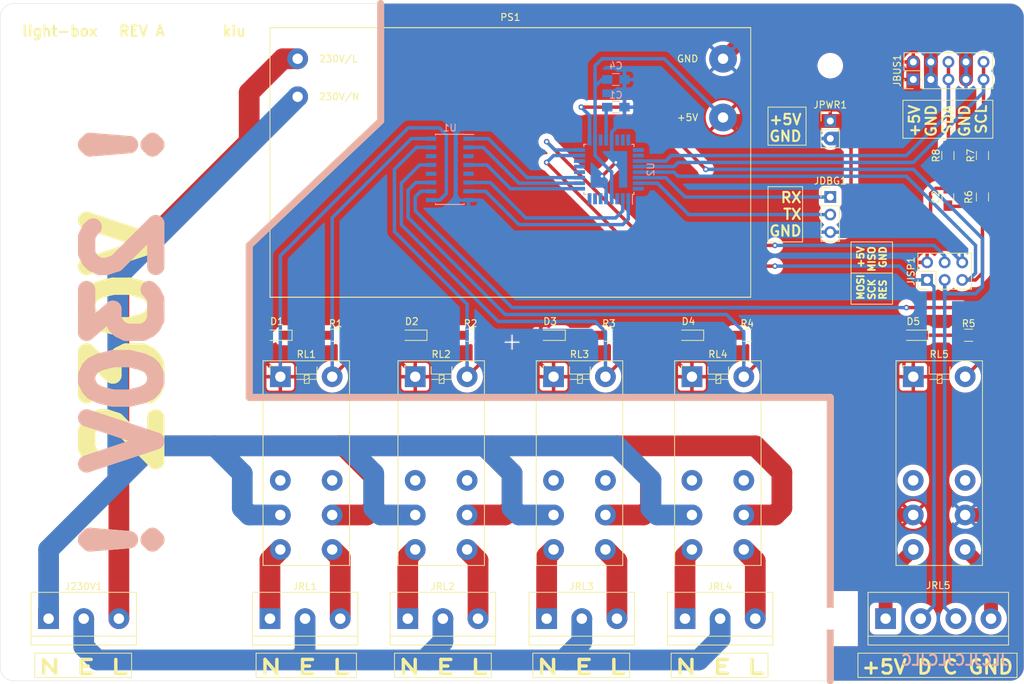
<source format=kicad_pcb>
(kicad_pcb (version 20221018) (generator pcbnew)
  (layers (0 "F.Cu" signal) (31 "B.Cu" signal) (34 "B.Paste" user) (35 "F.Paste" user) (36 "B.SilkS" user "B.Silkscreen") (37 "F.SilkS" user "F.Silkscreen") (38 "B.Mask" user) (39 "F.Mask" user) (44 "Edge.Cuts" user))
  (net 0 "")
  (net 1 "Net-(C1-Pad2)")
  (net 2 "GND")
  (net 3 "ISP_RES")
  (net 4 "+5V")
  (net 5 "Net-(D1-Pad1)")
  (net 6 "Net-(D2-Pad1)")
  (net 7 "Net-(D3-Pad1)")
  (net 8 "Net-(D4-Pad1)")
  (net 9 "Net-(D5-Pad1)")
  (net 10 "LINE")
  (net 11 "Earth")
  (net 12 "NEUT")
  (net 13 "TWI_SCL")
  (net 14 "TWI_SDA")
  (net 15 "DBG_TX")
  (net 16 "DBG_RX")
  (net 17 "ISP_MISO")
  (net 18 "ISP_SCK")
  (net 19 "ISP_MOSI")
  (net 20 "RL01_NEUT")
  (net 21 "RL01_LINE")
  (net 22 "RL02_LINE")
  (net 23 "RL02_NEUT")
  (net 24 "RL03_LINE")
  (net 25 "RL03_NEUT")
  (net 26 "RL04_LINE")
  (net 27 "RL04_NEUT")
  (net 28 "RL05_GND")
  (net 29 "RL05_VCC")
  (net 30 "RL01_COIL")
  (net 31 "RL02_COIL")
  (net 32 "RL03_COIL")
  (net 33 "RL04_COIL")
  (net 34 "RL05_COIL")
  (net 35 "RL05_TRIG")
  (net 36 "RL04_TRIG")
  (net 37 "RL03_TRIG")
  (net 38 "RL02_TRIG")
  (net 39 "RL01_TRIG")
  (footprint "Pin_Headers:Pin_Header_Straight_2x05_Pitch2.54mm" (layer "F.Cu") (at 203 52 90)
    (fp_text reference "JBUS1")
    (fp_text value "Conn_02x05_Odd_Even")
  )
  (footprint "Pin_Headers:Pin_Header_Straight_1x03_Pitch2.54mm" (layer "F.Cu") (at 191 69)
    (fp_text reference "JDBG1")
    (fp_text value "Conn_01x03")
  )
  (footprint "Pin_Headers:Pin_Header_Straight_2x03_Pitch2.54mm" (layer "F.Cu") (at 205 81 90)
    (fp_text reference "JISP1")
    (fp_text value "Conn_02x03_Odd_Even")
  )
  (footprint "Pin_Headers:Pin_Header_Straight_1x02_Pitch2.54mm" (layer "F.Cu") (at 191 58)
    (fp_text reference "JPWR1")
    (fp_text value "Conn_01x02")
  )
  (footprint "Resistors_SMD:R_0805_HandSoldering" (layer "F.Cu") (at 211 89)
    (fp_text reference "R5")
    (fp_text value "R")
  )
  (footprint "Resistors_SMD:R_0805_HandSoldering" (layer "F.Cu") (at 213 63 90)
    (fp_text reference "R7")
    (fp_text value "R")
  )
  (footprint "Resistors_SMD:R_0805_HandSoldering" (layer "F.Cu") (at 208 63 90)
    (fp_text reference "R8")
    (fp_text value "R")
  )
  (footprint "Terminal_Blocks:TerminalBlock_bornier-3_P5.08mm" (layer "F.Cu") (at 78 130)
    (fp_text reference "J230V1")
    (fp_text value "Screw_Terminal_01x03")
  )
  (footprint "Mounting_Holes:MountingHole_3.2mm_M3_DIN965" (layer "F.Cu") (at 191 130)
    (fp_text reference "H3" hide)
    (fp_text value "M3")
  )
  (footprint "Mounting_Holes:MountingHole_3.2mm_M3_DIN965" (layer "F.Cu") (at 99 50)
    (fp_text reference "H1" hide)
    (fp_text value "M3")
  )
  (footprint "Mounting_Holes:MountingHole_3.2mm_M3_DIN965" (layer "F.Cu") (at 191 50)
    (fp_text reference "H2" hide)
    (fp_text value "M3")
  )
  (footprint "Mounting_Holes:MountingHole_3.2mm_M3_DIN965" (layer "F.Cu") (at 99 130)
    (fp_text reference "H4" hide)
    (fp_text value "M3")
  )
  (footprint "LEDs:LED_0805_HandSoldering" (layer "F.Cu") (at 150.5 89 180)
    (fp_text reference "D3")
    (fp_text value "LED")
  )
  (footprint "LEDs:LED_0805_HandSoldering" (layer "F.Cu") (at 130.5 89 180)
    (fp_text reference "D2")
    (fp_text value "LED")
  )
  (footprint "LEDs:LED_0805_HandSoldering" (layer "F.Cu") (at 170.5 89 180)
    (fp_text reference "D4")
    (fp_text value "LED")
  )
  (footprint "Resistors_SMD:R_0805_HandSoldering" (layer "F.Cu") (at 179 89)
    (fp_text reference "R4")
    (fp_text value "R")
  )
  (footprint "Resistors_SMD:R_0805_HandSoldering" (layer "F.Cu") (at 159 89)
    (fp_text reference "R3")
    (fp_text value "R")
  )
  (footprint "Terminal_Blocks:TerminalBlock_bornier-3_P5.08mm" (layer "F.Cu") (at 150 130)
    (fp_text reference "JRL3")
    (fp_text value "Screw_Terminal_01x03")
  )
  (footprint "Terminal_Blocks:TerminalBlock_bornier-3_P5.08mm" (layer "F.Cu") (at 129.92 130)
    (fp_text reference "JRL2")
    (fp_text value "Screw_Terminal_01x03")
  )
  (footprint "Terminal_Blocks:TerminalBlock_bornier-3_P5.08mm" (layer "F.Cu") (at 110 130)
    (fp_text reference "JRL1")
    (fp_text value "Screw_Terminal_01x03")
  )
  (footprint "Terminal_Blocks:TerminalBlock_bornier-3_P5.08mm" (layer "F.Cu") (at 170 130)
    (fp_text reference "JRL4")
    (fp_text value "Screw_Terminal_01x03")
  )
  (footprint "Resistors_SMD:R_0805_HandSoldering" (layer "F.Cu") (at 139 89)
    (fp_text reference "R2")
    (fp_text value "R")
  )
  (footprint "Terminal_Blocks:TerminalBlock_bornier-4_P5.08mm" (layer "F.Cu") (at 199 130)
    (fp_text reference "JRL5")
    (fp_text value "Screw_Terminal_01x04")
  )
  (footprint "kiu-footprint:Relay_DPDT_Omron_G2RL-24" (layer "F.Cu") (at 151 95)
    (fp_text reference "RL3")
    (fp_text value "G2RL-24-DC5")
  )
  (footprint "kiu-footprint:Relay_DPDT_Omron_G2RL-24" (layer "F.Cu") (at 203 95)
    (fp_text reference "RL5")
    (fp_text value "G2RL-24-DC5")
  )
  (footprint "kiu-footprint:Relay_DPDT_Omron_G2RL-24" (layer "F.Cu") (at 111.5 95)
    (fp_text reference "RL1")
    (fp_text value "G2RL-24-DC5")
  )
  (footprint "LEDs:LED_0805_HandSoldering" (layer "F.Cu") (at 111 89 180)
    (fp_text reference "D1")
    (fp_text value "LED")
  )
  (footprint "Resistors_SMD:R_0805_HandSoldering" (layer "F.Cu") (at 119.5 89)
    (fp_text reference "R1")
    (fp_text value "R")
  )
  (footprint "kiu-footprint:Relay_DPDT_Omron_G2RL-24" (layer "F.Cu") (at 131 95)
    (fp_text reference "RL2")
    (fp_text value "G2RL-24-DC5")
  )
  (footprint "kiu-footprint:Relay_DPDT_Omron_G2RL-24" (layer "F.Cu") (at 171 95)
    (fp_text reference "RL4")
    (fp_text value "G2RL-24-DC5")
  )
  (footprint "Capacitors_SMD:C_0805_HandSoldering" (layer "F.Cu") (at 208 69 90)
    (fp_text reference "C2")
    (fp_text value "C")
  )
  (footprint "Resistors_SMD:R_0805_HandSoldering" (layer "F.Cu") (at 213 69 -90)
    (fp_text reference "R6")
    (fp_text value "R")
  )
  (footprint "kiu-footprint:ACDC-Conv_MeanWell-IRM-30-XX" (layer "F.Cu") (at 114 49)
    (fp_text reference "PS1")
    (fp_text value "IRM-30-5")
  )
  (footprint "LEDs:LED_0805_HandSoldering" (layer "F.Cu") (at 203 89 180)
    (fp_text reference "D5")
    (fp_text value "LED")
  )
  (footprint "Capacitors_SMD:C_0805_HandSoldering" (layer "B.Cu") (at 160 56 180)
    (fp_text reference "C1")
    (fp_text value "C")
  )
  (footprint "Capacitors_SMD:C_0805_HandSoldering" (layer "B.Cu") (at 160 52)
    (fp_text reference "C4")
    (fp_text value "C")
  )
  (footprint "Housings_SOIC:SOIC-16_3.9x9.9mm_Pitch1.27mm" (layer "B.Cu") (at 136 65 180)
    (fp_text reference "U1")
    (fp_text value "ULN2003")
  )
  (footprint "Housings_QFP:TQFP-32_7x7mm_Pitch0.8mm" (layer "B.Cu") (at 159 65 90)
    (fp_text reference "U2")
    (fp_text value "ATmega328PB-AU")
  )
  (gr_line (start 126 58) (end 107 76) (stroke (width 1)) (layer "B.SilkS"))
  (gr_line (start 191 98) (end 191 139) (stroke (width 1)) (layer "B.SilkS"))
  (gr_line (start 107 98) (end 191 98) (stroke (width 1)) (layer "B.SilkS"))
  (gr_line (start 107 76) (end 107 98) (stroke (width 1)) (layer "B.SilkS"))
  (gr_line (start 126 41) (end 126 58) (stroke (width 1)) (layer "B.SilkS"))
  (gr_line (start 182 75.5) (end 182 67.5) (stroke (width 0.12)) (layer "F.SilkS"))
  (gr_line (start 182 61.5) (end 182 56) (stroke (width 0.12)) (layer "F.SilkS"))
  (gr_line (start 201.5 55) (end 201.5 60.5) (stroke (width 0.12)) (layer "F.SilkS"))
  (gr_line (start 194 84.5) (end 194 75.5) (stroke (width 0.12)) (layer "F.SilkS"))
  (gr_line (start 162 138.5) (end 148 138.5) (stroke (width 0.12)) (layer "F.SilkS"))
  (gr_line (start 218 135) (end 195 135) (stroke (width 0.12)) (layer "F.SilkS"))
  (gr_line (start 182 138.5) (end 168 138.5) (stroke (width 0.12)) (layer "F.SilkS"))
  (gr_line (start 142 135) (end 128 135) (stroke (width 0.12)) (layer "F.SilkS"))
  (gr_line (start 122.5 135) (end 108 135) (stroke (width 0.12)) (layer "F.SilkS"))
  (gr_line (start 90 135) (end 76 135) (stroke (width 0.12)) (layer "F.SilkS"))
  (gr_line (start 200 84.5) (end 194 84.5) (stroke (width 0.12)) (layer "F.SilkS"))
  (gr_line (start 201.5 60.5) (end 214.5 60.5) (stroke (width 0.12)) (layer "F.SilkS"))
  (gr_line (start 191 98) (end 107 98) (stroke (width 1)) (layer "F.SilkS"))
  (gr_line (start 90 138.5) (end 90 135) (stroke (width 0.12)) (layer "F.SilkS"))
  (gr_line (start 200 75.5) (end 200 84.5) (stroke (width 0.12)) (layer "F.SilkS"))
  (gr_line (start 168 138.5) (end 168 135) (stroke (width 0.12)) (layer "F.SilkS"))
  (gr_line (start 187 75.5) (end 182 75.5) (stroke (width 0.12)) (layer "F.SilkS"))
  (gr_line (start 187.5 56) (end 187.5 61.5) (stroke (width 0.12)) (layer "F.SilkS"))
  (gr_line (start 76 135) (end 76 138.5) (stroke (width 0.12)) (layer "F.SilkS"))
  (gr_line (start 214.5 60.5) (end 214.5 55) (stroke (width 0.12)) (layer "F.SilkS"))
  (gr_line (start 182 135) (end 182 138.5) (stroke (width 0.12)) (layer "F.SilkS"))
  (gr_line (start 128 138.5) (end 142 138.5) (stroke (width 0.12)) (layer "F.SilkS"))
  (gr_line (start 107 76) (end 126 58) (stroke (width 1)) (layer "F.SilkS"))
  (gr_line (start 148 138.5) (end 148 135) (stroke (width 0.12)) (layer "F.SilkS"))
  (gr_line (start 187 67.5) (end 187 75.5) (stroke (width 0.12)) (layer "F.SilkS"))
  (gr_line (start 182 67.5) (end 187 67.5) (stroke (width 0.12)) (layer "F.SilkS"))
  (gr_line (start 195 138.5) (end 218 138.5) (stroke (width 0.12)) (layer "F.SilkS"))
  (gr_line (start 168 135) (end 182 135) (stroke (width 0.12)) (layer "F.SilkS"))
  (gr_line (start 194 75.5) (end 200 75.5) (stroke (width 0.12)) (layer "F.SilkS"))
  (gr_line (start 142 138.5) (end 142 135) (stroke (width 0.12)) (layer "F.SilkS"))
  (gr_line (start 162 135) (end 162 138.5) (stroke (width 0.12)) (layer "F.SilkS"))
  (gr_line (start 187.5 61.5) (end 182 61.5) (stroke (width 0.12)) (layer "F.SilkS"))
  (gr_line (start 195 135) (end 195 138.5) (stroke (width 0.12)) (layer "F.SilkS"))
  (gr_line (start 122.5 138.5) (end 122.5 135) (stroke (width 0.12)) (layer "F.SilkS"))
  (gr_line (start 128 135) (end 128 138.5) (stroke (width 0.12)) (layer "F.SilkS"))
  (gr_line (start 218 138.5) (end 218 135) (stroke (width 0.12)) (layer "F.SilkS"))
  (gr_line (start 108 135) (end 108 138.5) (stroke (width 0.12)) (layer "F.SilkS"))
  (gr_line (start 148 135) (end 162 135) (stroke (width 0.12)) (layer "F.SilkS"))
  (gr_line (start 194 80) (end 200 80) (stroke (width 0.12)) (layer "F.SilkS"))
  (gr_line (start 182 56) (end 187.5 56) (stroke (width 0.12)) (layer "F.SilkS"))
  (gr_line (start 107 98) (end 107 76) (stroke (width 1)) (layer "F.SilkS"))
  (gr_line (start 108 138.5) (end 122.5 138.5) (stroke (width 0.12)) (layer "F.SilkS"))
  (gr_line (start 126 58) (end 126 41) (stroke (width 1)) (layer "F.SilkS"))
  (gr_line (start 191 98) (end 191 139) (stroke (width 1)) (layer "F.SilkS"))
  (gr_line (start 214.5 55) (end 201.5 55) (stroke (width 0.12)) (layer "F.SilkS"))
  (gr_line (start 76 138.5) (end 90 138.5) (stroke (width 0.12)) (layer "F.SilkS"))
  (gr_line (start 219 137) (end 219 43) (stroke (width 0.05)) (layer "Edge.Cuts"))
  (gr_line (start 217 139) (end 73 139) (stroke (width 0.05)) (layer "Edge.Cuts"))
  (gr_arc (start 217 41) (mid 218.414214 41.585786) (end 219 43) (stroke (width 0.05)) (layer "Edge.Cuts"))
  (gr_line (start 73 41) (end 217 41) (stroke (width 0.05)) (layer "Edge.Cuts"))
  (gr_arc (start 73 139) (mid 71.585786 138.414214) (end 71 137) (stroke (width 0.05)) (layer "Edge.Cuts"))
  (gr_line (start 71 137) (end 71 43) (stroke (width 0.05)) (layer "Edge.Cuts"))
  (gr_arc (start 71 43) (mid 71.585786 41.585786) (end 73 41) (stroke (width 0.05)) (layer "Edge.Cuts"))
  (gr_arc (start 219 137) (mid 218.414214 138.414214) (end 217 139) (stroke (width 0.05)) (layer "Edge.Cuts"))
  (gr_text "! 230V !" (at 89 90 90) (layer "B.SilkS") (effects (font (size 10 10) (thickness 2.5)) (justify mirror)))
  (gr_text "JLCJLCJLCJLC" (at 209 136) (layer "B.SilkS") (effects (font (size 1.5 1.5) (thickness 0.3)) (justify mirror)))
  (gr_text "! 230V !" (at 89 90 90) (layer "F.SilkS") (effects (font (size 10 10) (thickness 2.5))))
  (gr_text "N E L" (at 155 137) (layer "F.SilkS") (effects (font (size 2 3) (thickness 0.5))))
  (gr_text "N E L" (at 135 137) (layer "F.SilkS") (effects (font (size 2 3) (thickness 0.5))))
  (gr_text "N E L" (at 175 137) (layer "F.SilkS") (effects (font (size 2 3) (thickness 0.5))))
  (gr_text "N E L" (at 115 137) (layer "F.SilkS") (effects (font (size 2 3) (thickness 0.5))))
  (gr_text "+5V D C GND" (at 206.5 137) (layer "F.SilkS") (effects (font (size 2 2.1) (thickness 0.4))))
  (gr_text "+5V\nGND\nSDA\nGND\nSCL" (at 208 55.5 90) (layer "F.SilkS") (effects (font (size 1.5 1.5) (thickness 0.3)) (justify right)))
  (gr_text "MOSI\nSCK\nRES" (at 197 84 90) (layer "F.SilkS") (effects (font (size 1 1) (thickness 0.25)) (justify left)))
  (gr_text "+5V\nMISO\nGND\n" (at 197 76 90) (layer "F.SilkS") (effects (font (size 1 1) (thickness 0.25)) (justify right)))
  (gr_text "REV A" (at 88 45) (layer "F.SilkS") (effects (font (size 1.5 1.5) (thickness 0.3)) (justify left)))
  (gr_text "kiu" (at 103 45) (layer "F.SilkS") (effects (font (size 1.5 1.5) (thickness 0.3)) (justify left)))
  (gr_text "light-box" (at 74 45) (layer "F.SilkS") (effects (font (size 1.5 1.5) (thickness 0.3)) (justify left)))
  (gr_text "+5V\nGND" (at 187 59) (layer "F.SilkS") (effects (font (size 1.5 1.5) (thickness 0.3)) (justify right)))
  (gr_text "N E L" (at 83 137) (layer "F.SilkS") (effects (font (size 2 3) (thickness 0.5))))
  (gr_text "RX\nTX\nGND" (at 187 71.5) (layer "F.SilkS") (effects (font (size 1.5 1.5) (thickness 0.3)) (justify right)))
  (segment (start 158.6 60.75) (end 158.6 56.15) (width 0.5) (layer "B.Cu") (net 1))
  (segment (start 158.6 56.15) (end 158.75 56) (width 0.5) (layer "B.Cu") (net 1))
  (segment (start 216 49) (end 216 66) (width 2) (layer "F.Cu") (net 2))
  (segment (start 214 115) (end 216 113) (width 2) (layer "F.Cu") (net 2))
  (segment (start 158 66) (end 160 64) (width 0.5) (layer "F.Cu") (net 2))
  (segment (start 204 45) (end 209 45) (width 2) (layer "F.Cu") (net 2))
  (segment (start 175.5 49) (end 179.5 45) (width 2) (layer "F.Cu") (net 2))
  (segment (start 210.5 115) (end 214 115) (width 2) (layer "F.Cu") (net 2))
  (segment (start 206.25 67.75) (end 205.5 68.5) (width 0.5) (layer "F.Cu") (net 2))
  (segment (start 216 113) (end 216 109.5) (width 2) (layer "F.Cu") (net 2))
  (segment (start 210.08 76.08) (end 210.08 78.46) (width 0.5) (layer "F.Cu") (net 2))
  (segment (start 210.62 52) (end 210.62 49.46) (width 2) (layer "F.Cu") (net 2))
  (segment (start 216 66) (end 216 76) (width 2) (layer "F.Cu") (net 2))
  (segment (start 179.5 45) (end 204 45) (width 2) (layer "F.Cu") (net 2))
  (segment (start 208 67.75) (end 206.25 67.75) (width 0.5) (layer "F.Cu") (net 2))
  (segment (start 191 60.54) (end 192.54 60.54) (width 0.5) (layer "F.Cu") (net 2))
  (segment (start 205.54 46.54) (end 204 45) (width 2) (layer "F.Cu") (net 2))
  (segment (start 210.62 49.46) (end 210.62 46.62) (width 2) (layer "F.Cu") (net 2))
  (segment (start 205.5 68.5) (end 205.5 71.5) (width 0.5) (layer "F.Cu") (net 2))
  (segment (start 194 62) (end 194 73) (width 0.5) (layer "F.Cu") (net 2))
  (segment (start 192.92 74.08) (end 191 74.08) (width 0.5) (layer "F.Cu") (net 2))
  (segment (start 205.54 49.46) (end 205.54 46.54) (width 2) (layer "F.Cu") (net 2))
  (segment (start 205.54 49.46) (end 205.54 52) (width 2) (layer "F.Cu") (net 2))
  (segment (start 210.62 46.62) (end 209 45) (width 2) (layer "F.Cu") (net 2))
  (segment (start 216 47) (end 216 49) (width 2) (layer "F.Cu") (net 2))
  (segment (start 205.5 71.5) (end 210.08 76.08) (width 0.5) (layer "F.Cu") (net 2))
  (segment (start 192.54 60.54) (end 194 62) (width 0.5) (layer "F.Cu") (net 2))
  (segment (start 194 73) (end 192.92 74.08) (width 0.5) (layer "F.Cu") (net 2))
  (segment (start 214 45) (end 216 47) (width 2) (layer "F.Cu") (net 2))
  (segment (start 209 45) (end 214 45) (width 2) (layer "F.Cu") (net 2))
  (segment (start 216 76) (end 216 109.5) (width 2) (layer "F.Cu") (net 2))
  (via (at 160 64) (size 0.8) (drill 0.4) (layers "F.Cu" "B.Cu") (net 2))
  (via (at 158 66) (size 0.8) (drill 0.4) (layers "F.Cu" "B.Cu") (net 2))
  (segment (start 140.285 69.445) (end 144.92 74.08) (width 0.5) (layer "B.Cu") (net 2))
  (segment (start 158.6 66.6) (end 158 66) (width 0.5) (layer "B.Cu") (net 2))
  (segment (start 161.25 52) (end 161.25 56) (width 0.5) (layer "B.Cu") (net 2))
  (segment (start 158.6 69.25) (end 158.6 66.6) (width 0.5) (layer "B.Cu") (net 2))
  (segment (start 159.4 59.6) (end 161.25 57.75) (width 0.5) (layer "B.Cu") (net 2))
  (segment (start 138.7 69.445) (end 140.285 69.445) (width 0.5) (layer "B.Cu") (net 2))
  (segment (start 191 74.08) (end 144.92 74.08) (width 0.5) (layer "B.Cu") (net 2))
  (segment (start 191 60.54) (end 201.46 60.54) (width 2) (layer "B.Cu") (net 2))
  (segment (start 210.08 78.46) (end 205.7 74.08) (width 0.5) (layer "B.Cu") (net 2))
  (segment (start 205.7 74.08) (end 191 74.08) (width 0.5) (layer "B.Cu") (net 2))
  (segment (start 159.4 63.4) (end 160 64) (width 0.5) (layer "B.Cu") (net 2))
  (segment (start 159.4 60.75) (end 159.4 63.4) (width 0.5) (layer "B.Cu") (net 2))
  (segment (start 164 56) (end 168.54 60.54) (width 0.5) (layer "B.Cu") (net 2))
  (segment (start 161.25 57.75) (end 161.25 56) (width 0.5) (layer "B.Cu") (net 2))
  (segment (start 205.54 52) (end 205.54 56.46) (width 2) (layer "B.Cu") (net 2))
  (segment (start 159.4 60.75) (end 159.4 59.6) (width 0.5) (layer "B.Cu") (net 2))
  (segment (start 168.54 60.54) (end 191 60.54) (width 0.5) (layer "B.Cu") (net 2))
  (segment (start 201.46 60.54) (end 205.54 56.46) (width 2) (layer "B.Cu") (net 2))
  (segment (start 161.25 56) (end 164 56) (width 0.5) (layer "B.Cu") (net 2))
  (segment (start 208.1 70.35) (end 208 70.25) (width 0.5) (layer "F.Cu") (net 3))
  (segment (start 212 81) (end 210.08 81) (width 0.5) (layer "F.Cu") (net 3))
  (segment (start 213 70.35) (end 208.1 70.35) (width 0.5) (layer "F.Cu") (net 3))
  (segment (start 213 70.25) (end 213 80) (width 0.5) (layer "F.Cu") (net 3))
  (segment (start 213 80) (end 212 81) (width 0.5) (layer "F.Cu") (net 3))
  (segment (start 202.727999 66.727999) (end 209 73) (width 0.5) (layer "B.Cu") (net 3))
  (segment (start 209 73) (end 210.227999 74.227999) (width 0.5) (layer "B.Cu") (net 3))
  (segment (start 210.227999 74.227999) (end 212 76) (width 0.5) (layer "B.Cu") (net 3))
  (segment (start 169 66) (end 202 66) (width 0.5) (layer "B.Cu") (net 3))
  (segment (start 168.4 65.4) (end 169 66) (width 0.5) (layer "B.Cu") (net 3))
  (segment (start 211 81) (end 210.08 81) (width 0.5) (layer "B.Cu") (net 3))
  (segment (start 210.08 81) (end 210 81) (width 0.5) (layer "B.Cu") (net 3))
  (segment (start 212 76) (end 212 80) (width 0.5) (layer "B.Cu") (net 3))
  (segment (start 202 66) (end 202.727999 66.727999) (width 0.5) (layer "B.Cu") (net 3))
  (segment (start 212 80) (end 211 81) (width 0.5) (layer "B.Cu") (net 3))
  (segment (start 163.25 65.4) (end 168.4 65.4) (width 0.5) (layer "B.Cu") (net 3))
  (segment (start 172.075 86.075) (end 195.524998 86.075) (width 0.5) (layer "F.Cu") (net 4))
  (segment (start 213 64.35) (end 213 67.65) (width 0.5) (layer "F.Cu") (net 4))
  (segment (start 172.075 86.075) (end 169.15 89) (width 0.5) (layer "F.Cu") (net 4))
  (segment (start 203 115) (end 200 115) (width 2) (layer "F.Cu") (net 4))
  (segment (start 201.35 64.35) (end 198 61) (width 0.5) (layer "F.Cu") (net 4))
  (segment (start 109.65 89) (end 109.65 93.15) (width 0.5) (layer "F.Cu") (net 4))
  (segment (start 130.925 86.075) (end 150.925 86.075) (width 0.5) (layer "F.Cu") (net 4))
  (segment (start 201.65 89) (end 200 89) (width 0.5) (layer "F.Cu") (net 4))
  (segment (start 208 64.35) (end 205.35 64.35) (width 0.5) (layer "F.Cu") (net 4))
  (segment (start 205 78.46) (end 201.46 78.46) (width 0.5) (layer "F.Cu") (net 4))
  (segment (start 198 87) (end 198 83.599998) (width 2) (layer "F.Cu") (net 4))
  (segment (start 201.46 78.46) (end 198 75) (width 0.5) (layer "F.Cu") (net 4))
  (segment (start 169.15 89) (end 169.15 93.15) (width 0.5) (layer "F.Cu") (net 4))
  (segment (start 200 58) (end 195 58) (width 2) (layer "F.Cu") (net 4))
  (segment (start 198 75) (end 198 61) (width 2) (layer "F.Cu") (net 4))
  (segment (start 109.65 93.15) (end 111.5 95) (width 0.5) (layer "F.Cu") (net 4))
  (segment (start 198 83.599998) (end 198 75) (width 2) (layer "F.Cu") (net 4))
  (segment (start 195.524998 86.075) (end 198 83.599998) (width 0.5) (layer "F.Cu") (net 4))
  (segment (start 149.15 87.85) (end 150.925 86.075) (width 0.5) (layer "F.Cu") (net 4))
  (segment (start 149.15 93.15) (end 151 95) (width 0.5) (layer "F.Cu") (net 4))
  (segment (start 149.15 89) (end 149.15 87.85) (width 0.5) (layer "F.Cu") (net 4))
  (segment (start 201.65 93.65) (end 203 95) (width 0.5) (layer "F.Cu") (net 4))
  (segment (start 201.65 89) (end 201.65 93.65) (width 0.5) (layer "F.Cu") (net 4))
  (segment (start 169.15 93.15) (end 171 95) (width 0.5) (layer "F.Cu") (net 4))
  (segment (start 200 89) (end 198 87) (width 0.5) (layer "F.Cu") (net 4))
  (segment (start 191 58) (end 176 58) (width 2) (layer "F.Cu") (net 4))
  (segment (start 109.65 89) (end 112.575 86.075) (width 0.5) (layer "F.Cu") (net 4))
  (segment (start 112.575 86.075) (end 130.925 86.075) (width 0.5) (layer "F.Cu") (net 4))
  (segment (start 200 115) (end 198 113) (width 2) (layer "F.Cu") (net 4))
  (segment (start 198 113) (end 198 110) (width 2) (layer "F.Cu") (net 4))
  (segment (start 205.35 64.35) (end 201.35 64.35) (width 0.5) (layer "F.Cu") (net 4))
  (segment (start 198 110) (end 198 87) (width 2) (layer "F.Cu") (net 4))
  (segment (start 150.925 86.075) (end 172.075 86.075) (width 0.5) (layer "F.Cu") (net 4))
  (segment (start 129.15 93.15) (end 131 95) (width 0.5) (layer "F.Cu") (net 4))
  (segment (start 203 52) (end 203 49.46) (width 2) (layer "F.Cu") (net 4))
  (segment (start 129.15 87.85) (end 130.925 86.075) (width 0.5) (layer "F.Cu") (net 4))
  (segment (start 203 55) (end 200 58) (width 2) (layer "F.Cu") (net 4))
  (segment (start 195 58) (end 191 58) (width 2) (layer "F.Cu") (net 4))
  (segment (start 176 58) (end 175.5 57.5) (width 2) (layer "F.Cu") (net 4))
  (segment (start 149.15 89) (end 149.15 93.15) (width 0.5) (layer "F.Cu") (net 4))
  (segment (start 198 61) (end 195 58) (width 2) (layer "F.Cu") (net 4))
  (segment (start 129.15 89) (end 129.15 87.85) (width 0.5) (layer "F.Cu") (net 4))
  (segment (start 129.15 89) (end 129.15 93.15) (width 0.5) (layer "F.Cu") (net 4))
  (segment (start 213 64.35) (end 208 64.35) (width 0.5) (layer "F.Cu") (net 4))
  (segment (start 203 52) (end 203 55) (width 2) (layer "F.Cu") (net 4))
  (segment (start 158.75 52) (end 158 52) (width 0.5) (layer "B.Cu") (net 4))
  (segment (start 157 55) (end 157 53) (width 0.5) (layer "B.Cu") (net 4))
  (segment (start 157 63) (end 159.4 65.4) (width 0.5) (layer "B.Cu") (net 4))
  (segment (start 157 50) (end 157 53) (width 0.5) (layer "B.Cu") (net 4))
  (segment (start 134.5 59) (end 130 59) (width 0.5) (layer "B.Cu") (net 4))
  (segment (start 159.4 65.4) (end 159.4 66.4) (width 0.5) (layer "B.Cu") (net 4))
  (segment (start 175.5 57.5) (end 167 49) (width 0.5) (layer "B.Cu") (net 4))
  (segment (start 134.555 69.445) (end 135.5 68.5) (width 0.5) (layer "B.Cu") (net 4))
  (segment (start 135.5 60) (end 134.5 59) (width 0.5) (layer "B.Cu") (net 4))
  (segment (start 158 49) (end 157 50) (width 0.5) (layer "B.Cu") (net 4))
  (segment (start 158 52) (end 157 53) (width 0.5) (layer "B.Cu") (net 4))
  (segment (start 167 49) (end 158 49) (width 0.5) (layer "B.Cu") (net 4))
  (segment (start 157 60.75) (end 157 55) (width 0.5) (layer "B.Cu") (net 4))
  (segment (start 159.4 66.4) (end 159.4 69.25) (width 0.5) (layer "B.Cu") (net 4))
  (segment (start 157 60.75) (end 157 63) (width 0.5) (layer "B.Cu") (net 4))
  (segment (start 111.5 77.5) (end 111.5 95) (width 0.5) (layer "B.Cu") (net 4))
  (segment (start 133.3 69.445) (end 134.555 69.445) (width 0.5) (layer "B.Cu") (net 4))
  (segment (start 130 59) (end 111.5 77.5) (width 0.5) (layer "B.Cu") (net 4))
  (segment (start 135.5 68.5) (end 135.5 60) (width 0.5) (layer "B.Cu") (net 4))
  (segment (start 118.15 89) (end 112.35 89) (width 0.5) (layer "F.Cu") (net 5))
  (segment (start 137.65 89) (end 131.85 89) (width 0.5) (layer "F.Cu") (net 6))
  (segment (start 157.65 89) (end 151.85 89) (width 0.5) (layer "F.Cu") (net 7))
  (segment (start 177.65 89) (end 171.85 89) (width 0.5) (layer "F.Cu") (net 8))
  (segment (start 204.35 89) (end 209.65 89) (width 0.5) (layer "F.Cu") (net 9))
  (segment (start 165 109.839998) (end 160.160001 104.999999) (width 3) (layer "F.Cu") (net 10))
  (segment (start 164 115) (end 165 114) (width 3) (layer "F.Cu") (net 10))
  (segment (start 180.160001 104.999999) (end 160.160001 104.999999) (width 3) (layer "F.Cu") (net 10))
  (segment (start 144 115) (end 145 114) (width 3) (layer "F.Cu") (net 10))
  (segment (start 111.87868 49) (end 107 53.87868) (width 3) (layer "F.Cu") (net 10))
  (segment (start 120 105) (end 121.400001 104.999999) (width 3) (layer "F.Cu") (net 10))
  (segment (start 119 115) (end 124 115) (width 3) (layer "F.Cu") (net 10))
  (segment (start 158.5 115) (end 164 115) (width 3) (layer "F.Cu") (net 10))
  (segment (start 88.16 79.84) (end 101 67) (width 3) (layer "F.Cu") (net 10))
  (segment (start 101 67) (end 107 61) (width 3) (layer "F.Cu") (net 10))
  (segment (start 107 53.87868) (end 107 61) (width 3) (layer "F.Cu") (net 10))
  (segment (start 120.660002 105) (end 120 105) (width 3) (layer "F.Cu") (net 10))
  (segment (start 183 115) (end 184 114) (width 3) (layer "F.Cu") (net 10))
  (segment (start 138.5 115) (end 144 115) (width 3) (layer "F.Cu") (net 10))
  (segment (start 165 114) (end 165 109.839998) (width 3) (layer "F.Cu") (net 10))
  (segment (start 124 115) (end 125 114) (width 3) (layer "F.Cu") (net 10))
  (segment (start 93 105) (end 120 105) (width 3) (layer "F.Cu") (net 10))
  (segment (start 114 49) (end 111.87868 49) (width 3) (layer "F.Cu") (net 10))
  (segment (start 125 114) (end 125 109.339998) (width 3) (layer "F.Cu") (net 10))
  (segment (start 145 114) (end 145 109) (width 3) (layer "F.Cu") (net 10))
  (segment (start 88.16 109.84) (end 93 105) (width 3) (layer "F.Cu") (net 10))
  (segment (start 145 109) (end 140.999999 104.999999) (width 3) (layer "F.Cu") (net 10))
  (segment (start 184 108.839998) (end 180.160001 104.999999) (width 3) (layer "F.Cu") (net 10))
  (segment (start 88.16 130) (end 88.16 109.84) (width 3) (layer "F.Cu") (net 10))
  (segment (start 88.16 109.84) (end 88.16 79.84) (width 3) (layer "F.Cu") (net 10))
  (segment (start 140.999999 104.999999) (end 160.160001 104.999999) (width 3) (layer "F.Cu") (net 10))
  (segment (start 121.400001 104.999999) (end 140.999999 104.999999) (width 3) (layer "F.Cu") (net 10))
  (segment (start 184 114) (end 184 108.839998) (width 3) (layer "F.Cu") (net 10))
  (segment (start 178.5 115) (end 183 115) (width 3) (layer "F.Cu") (net 10))
  (segment (start 125 109.339998) (end 120.660002 105) (width 3) (layer "F.Cu") (net 10))
  (segment (start 135 130) (end 135 133.320002) (width 3) (layer "B.Cu") (net 11))
  (segment (start 115.08 134.86998) (end 113.97499 135.97499) (width 3) (layer "B.Cu") (net 11))
  (segment (start 113.97499 135.97499) (end 132.97499 135.97499) (width 3) (layer "B.Cu") (net 11))
  (segment (start 175.08 132.89499) (end 175.08 130) (width 3) (layer "B.Cu") (net 11))
  (segment (start 152.97499 135.425012) (end 152.97499 135.97499) (width 3) (layer "B.Cu") (net 11))
  (segment (start 135 133.320002) (end 132.97499 135.345012) (width 3) (layer "B.Cu") (net 11))
  (segment (start 172 135.97499) (end 175.08 132.89499) (width 3) (layer "B.Cu") (net 11))
  (segment (start 155.08 133.320002) (end 152.97499 135.425012) (width 3) (layer "B.Cu") (net 11))
  (segment (start 83.08 134.02998) (end 85.02501 135.97499) (width 3) (layer "B.Cu") (net 11))
  (segment (start 83.08 130) (end 83.08 134.02998) (width 3) (layer "B.Cu") (net 11))
  (segment (start 115.08 130) (end 115.08 134.86998) (width 3) (layer "B.Cu") (net 11))
  (segment (start 152.97499 135.97499) (end 172 135.97499) (width 3) (layer "B.Cu") (net 11))
  (segment (start 132.97499 135.345012) (end 132.97499 135.97499) (width 3) (layer "B.Cu") (net 11))
  (segment (start 132.97499 135.97499) (end 152.97499 135.97499) (width 3) (layer "B.Cu") (net 11))
  (segment (start 85.02501 135.97499) (end 113.97499 135.97499) (width 3) (layer "B.Cu") (net 11))
  (segment (start 155.08 130) (end 155.08 133.320002) (width 3) (layer "B.Cu") (net 11))
  (segment (start 126 115) (end 125 114) (width 3) (layer "B.Cu") (net 12))
  (segment (start 106 109) (end 102 105) (width 3) (layer "B.Cu") (net 12))
  (segment (start 151 115) (end 146 115) (width 3) (layer "B.Cu") (net 12))
  (segment (start 166 115) (end 165.080001 114.080001) (width 3) (layer "B.Cu") (net 12))
  (segment (start 125 109) (end 122.5 106.5) (width 3) (layer "B.Cu") (net 12))
  (segment (start 88 80.5) (end 101 67.5) (width 3) (layer "B.Cu") (net 12))
  (segment (start 142 105) (end 160.160002 105) (width 3) (layer "B.Cu") (net 12))
  (segment (start 101 67.5) (end 114 54.5) (width 3) (layer "B.Cu") (net 12))
  (segment (start 88 110) (end 88 80.5) (width 3) (layer "B.Cu") (net 12))
  (segment (start 102 105) (end 121 105) (width 3) (layer "B.Cu") (net 12))
  (segment (start 131 115) (end 126 115) (width 3) (layer "B.Cu") (net 12))
  (segment (start 122.5 106.5) (end 121 105) (width 3) (layer "B.Cu") (net 12))
  (segment (start 111.5 115) (end 107 115) (width 3) (layer "B.Cu") (net 12))
  (segment (start 146 115) (end 145 114) (width 3) (layer "B.Cu") (net 12))
  (segment (start 145 114) (end 145 109) (width 3) (layer "B.Cu") (net 12))
  (segment (start 141 105) (end 142 105) (width 3) (layer "B.Cu") (net 12))
  (segment (start 165.080001 114.080001) (end 165.080001 109.919999) (width 3) (layer "B.Cu") (net 12))
  (segment (start 106 114) (end 106 109) (width 3) (layer "B.Cu") (net 12))
  (segment (start 145 109) (end 141 105) (width 3) (layer "B.Cu") (net 12))
  (segment (start 171 115) (end 166 115) (width 3) (layer "B.Cu") (net 12))
  (segment (start 78 120) (end 78 130) (width 3) (layer "B.Cu") (net 12))
  (segment (start 165.080001 109.919999) (end 160.160002 105) (width 3) (layer "B.Cu") (net 12))
  (segment (start 107 115) (end 106 114) (width 3) (layer "B.Cu") (net 12))
  (segment (start 98 105) (end 102 105) (width 3) (layer "B.Cu") (net 12))
  (segment (start 88 110) (end 78 120) (width 3) (layer "B.Cu") (net 12))
  (segment (start 93 105) (end 98 105) (width 3) (layer "B.Cu") (net 12))
  (segment (start 121 105) (end 141 105) (width 3) (layer "B.Cu") (net 12))
  (segment (start 125 114) (end 125 109) (width 3) (layer "B.Cu") (net 12))
  (segment (start 93 105) (end 88 110) (width 3) (layer "B.Cu") (net 12))
  (segment (start 213.16 52) (end 213.16 61.49) (width 0.5) (layer "F.Cu") (net 13))
  (segment (start 213.16 52) (end 213.16 49.46) (width 0.5) (layer "F.Cu") (net 13))
  (segment (start 213.16 61.49) (end 213 61.65) (width 0.5) (layer "F.Cu") (net 13))
  (segment (start 169 64) (end 203 64) (width 0.5) (layer "B.Cu") (net 13))
  (segment (start 213.16 53.84) (end 213.16 52) (width 0.5) (layer "B.Cu") (net 13))
  (segment (start 163.25 64.6) (end 168.4 64.6) (width 0.5) (layer "B.Cu") (net 13))
  (segment (start 168.4 64.6) (end 169 64) (width 0.5) (layer "B.Cu") (net 13))
  (segment (start 203 64) (end 213.16 53.84) (width 0.5) (layer "B.Cu") (net 13))
  (segment (start 208.08 52) (end 208.08 49.46) (width 0.5) (layer "F.Cu") (net 14))
  (segment (start 208.08 61.57) (end 208 61.65) (width 0.5) (layer "F.Cu") (net 14))
  (segment (start 208.08 52) (end 208.08 61.57) (width 0.5) (layer "F.Cu") (net 14))
  (segment (start 163.25 63.8) (end 167.210034 63.8) (width 0.5) (layer "B.Cu") (net 14))
  (segment (start 208.08 56.92) (end 208.08 52) (width 0.5) (layer "B.Cu") (net 14))
  (segment (start 168.005017 63.005017) (end 201.994983 63.005017) (width 0.5) (layer "B.Cu") (net 14))
  (segment (start 167.210034 63.8) (end 168.005017 63.005017) (width 0.5) (layer "B.Cu") (net 14))
  (segment (start 201.994983 63.005017) (end 208.08 56.92) (width 0.5) (layer "B.Cu") (net 14))
  (segment (start 170.54 71.54) (end 191 71.54) (width 0.5) (layer "B.Cu") (net 15))
  (segment (start 163.25 67) (end 166 67) (width 0.5) (layer "B.Cu") (net 15))
  (segment (start 166 67) (end 170.54 71.54) (width 0.5) (layer "B.Cu") (net 15))
  (segment (start 167.2 66.2) (end 170 69) (width 0.5) (layer "B.Cu") (net 16))
  (segment (start 170 69) (end 191 69) (width 0.5) (layer "B.Cu") (net 16))
  (segment (start 163.25 66.2) (end 167.2 66.2) (width 0.5) (layer "B.Cu") (net 16))
  (segment (start 150 61) (end 165 76) (width 0.5) (layer "F.Cu") (net 17))
  (segment (start 165 76) (end 173 76) (width 0.5) (layer "F.Cu") (net 17))
  (segment (start 173 76) (end 183 76) (width 0.5) (layer "F.Cu") (net 17))
  (via (at 183 76) (size 0.8) (drill 0.4) (layers "F.Cu" "B.Cu") (net 17))
  (via (at 150 61) (size 0.8) (drill 0.4) (layers "F.Cu" "B.Cu") (net 17))
  (segment (start 207.54 78.46) (end 207.54 77.54) (width 0.5) (layer "B.Cu") (net 17))
  (segment (start 151.2 62.2) (end 150 61) (width 0.5) (layer "B.Cu") (net 17))
  (segment (start 154.75 62.2) (end 151.2 62.2) (width 0.5) (layer "B.Cu") (net 17))
  (segment (start 207.54 77.54) (end 206 76) (width 0.5) (layer "B.Cu") (net 17))
  (segment (start 206 76) (end 185 76) (width 0.5) (layer "B.Cu") (net 17))
  (segment (start 185 76) (end 183 76) (width 0.5) (layer "B.Cu") (net 17))
  (segment (start 164 56) (end 173 65) (width 0.5) (layer "F.Cu") (net 18))
  (segment (start 155 56) (end 164 56) (width 0.5) (layer "F.Cu") (net 18))
  (via (at 173 65) (size 0.8) (drill 0.4) (layers "F.Cu" "B.Cu") (net 18))
  (via (at 155 56) (size 0.8) (drill 0.4) (layers "F.Cu" "B.Cu") (net 18))
  (segment (start 209.16 130) (end 207.54 128.38) (width 0.5) (layer "B.Cu") (net 18))
  (segment (start 174 65) (end 173 65) (width 0.5) (layer "B.Cu") (net 18))
  (segment (start 213 75) (end 203 65) (width 0.5) (layer "B.Cu") (net 18))
  (segment (start 207.54 82.54) (end 208 83) (width 0.5) (layer "B.Cu") (net 18))
  (segment (start 208 83) (end 212 83) (width 0.5) (layer "B.Cu") (net 18))
  (segment (start 156.2 57.2) (end 155 56) (width 0.5) (layer "B.Cu") (net 18))
  (segment (start 212 83) (end 213 82) (width 0.5) (layer "B.Cu") (net 18))
  (segment (start 207.54 81) (end 207.54 82.54) (width 0.5) (layer "B.Cu") (net 18))
  (segment (start 156.2 60.75) (end 156.2 57.2) (width 0.5) (layer "B.Cu") (net 18))
  (segment (start 203 65) (end 174 65) (width 0.5) (layer "B.Cu") (net 18))
  (segment (start 213 82) (end 213 75) (width 0.5) (layer "B.Cu") (net 18))
  (segment (start 174 65) (end 174 65) (width 0.5) (layer "B.Cu") (net 18))
  (segment (start 207.54 128.38) (end 207.54 81) (width 0.5) (layer "B.Cu") (net 18))
  (segment (start 165 79) (end 173 79) (width 0.5) (layer "F.Cu") (net 19))
  (segment (start 173 79) (end 183 79) (width 0.5) (layer "F.Cu") (net 19))
  (segment (start 150 64) (end 165 79) (width 0.5) (layer "F.Cu") (net 19))
  (via (at 150 64) (size 0.8) (drill 0.4) (layers "F.Cu" "B.Cu") (net 19))
  (via (at 183 79) (size 0.8) (drill 0.4) (layers "F.Cu" "B.Cu") (net 19))
  (segment (start 205 81) (end 203 81) (width 0.5) (layer "B.Cu") (net 19))
  (segment (start 151 63) (end 150 64) (width 0.5) (layer "B.Cu") (net 19))
  (segment (start 204.08 130) (end 206 128.08) (width 0.5) (layer "B.Cu") (net 19))
  (segment (start 154.75 63) (end 151 63) (width 0.5) (layer "B.Cu") (net 19))
  (segment (start 206 128.08) (end 206 82) (width 0.5) (layer "B.Cu") (net 19))
  (segment (start 203 81) (end 201 79) (width 0.5) (layer "B.Cu") (net 19))
  (segment (start 205.579999 81.579999) (end 205 81) (width 0.5) (layer "B.Cu") (net 19))
  (segment (start 185 79) (end 183 79) (width 0.5) (layer "B.Cu") (net 19))
  (segment (start 201 79) (end 185 79) (width 0.5) (layer "B.Cu") (net 19))
  (segment (start 206 82) (end 205.579999 81.579999) (width 0.5) (layer "B.Cu") (net 19))
  (segment (start 110 130) (end 110 121.5) (width 3) (layer "F.Cu") (net 20))
  (segment (start 110 121.5) (end 111.5 120) (width 3) (layer "F.Cu") (net 20))
  (segment (start 120.16 121.16) (end 119 120) (width 3) (layer "F.Cu") (net 21))
  (segment (start 120.16 130) (end 120.16 121.16) (width 3) (layer "F.Cu") (net 21))
  (segment (start 140.08 121.58) (end 138.5 120) (width 3) (layer "F.Cu") (net 22))
  (segment (start 140.08 130) (end 140.08 121.58) (width 3) (layer "F.Cu") (net 22))
  (segment (start 129.92 130) (end 129.92 121.08) (width 3) (layer "F.Cu") (net 23))
  (segment (start 129.92 121.08) (end 131 120) (width 3) (layer "F.Cu") (net 23))
  (segment (start 160.16 121.66) (end 158.5 120) (width 3) (layer "F.Cu") (net 24))
  (segment (start 160.16 130) (end 160.16 121.66) (width 3) (layer "F.Cu") (net 24))
  (segment (start 150 130) (end 150 121) (width 3) (layer "F.Cu") (net 25))
  (segment (start 150 121) (end 151 120) (width 3) (layer "F.Cu") (net 25))
  (segment (start 180.16 130) (end 180.16 121.66) (width 3) (layer "F.Cu") (net 26))
  (segment (start 180.16 121.66) (end 178.5 120) (width 3) (layer "F.Cu") (net 26))
  (segment (start 170 121) (end 171 120) (width 3) (layer "F.Cu") (net 27))
  (segment (start 170 130) (end 170 121) (width 3) (layer "F.Cu") (net 27))
  (segment (start 214.24 130) (end 214.24 123.74) (width 2) (layer "F.Cu") (net 28))
  (segment (start 214.24 123.74) (end 210.5 120) (width 2) (layer "F.Cu") (net 28))
  (segment (start 199 124) (end 203 120) (width 2) (layer "F.Cu") (net 29))
  (segment (start 199 130) (end 199 124) (width 2) (layer "F.Cu") (net 29))
  (segment (start 120.85 93.15) (end 119 95) (width 0.5) (layer "F.Cu") (net 30))
  (segment (start 120.85 89) (end 120.85 93.15) (width 0.5) (layer "F.Cu") (net 30))
  (segment (start 133.3 60.555) (end 130.445 60.555) (width 0.5) (layer "B.Cu") (net 30))
  (segment (start 119 72) (end 119 75) (width 0.5) (layer "B.Cu") (net 30))
  (segment (start 119 75) (end 119 95) (width 0.5) (layer "B.Cu") (net 30))
  (segment (start 130.445 60.555) (end 119 72) (width 0.5) (layer "B.Cu") (net 30))
  (segment (start 140.35 89) (end 140.35 93.15) (width 0.5) (layer "F.Cu") (net 31))
  (segment (start 140.35 93.15) (end 138.5 95) (width 0.5) (layer "F.Cu") (net 31))
  (segment (start 133.3 61.825) (end 131.175 61.825) (width 0.5) (layer "B.Cu") (net 31))
  (segment (start 131.175 61.825) (end 128 65) (width 0.5) (layer "B.Cu") (net 31))
  (segment (start 138.5 84.5) (end 138.5 95) (width 0.5) (layer "B.Cu") (net 31))
  (segment (start 128 74) (end 138.5 84.5) (width 0.5) (layer "B.Cu") (net 31))
  (segment (start 128 65) (end 128 74) (width 0.5) (layer "B.Cu") (net 31))
  (segment (start 160.35 93.15) (end 158.5 95) (width 0.5) (layer "F.Cu") (net 32))
  (segment (start 160.35 89) (end 160.35 93.15) (width 0.5) (layer "F.Cu") (net 32))
  (segment (start 131.635 64.365) (end 133.3 64.365) (width 0.5) (layer "B.Cu") (net 32))
  (segment (start 158.5 95) (end 158.5 88.5) (width 0.5) (layer "B.Cu") (net 32))
  (segment (start 129 67) (end 131.635 64.365) (width 0.5) (layer "B.Cu") (net 32))
  (segment (start 143 87) (end 129 73) (width 0.5) (layer "B.Cu") (net 32))
  (segment (start 157 87) (end 143 87) (width 0.5) (layer "B.Cu") (net 32))
  (segment (start 158.5 88.5) (end 157 87) (width 0.5) (layer "B.Cu") (net 32))
  (segment (start 129 73) (end 129 67) (width 0.5) (layer "B.Cu") (net 32))
  (segment (start 180.35 93.15) (end 178.5 95) (width 0.5) (layer "F.Cu") (net 33))
  (segment (start 180.35 89) (end 180.35 93.15) (width 0.5) (layer "F.Cu") (net 33))
  (segment (start 176 86) (end 144 86) (width 0.5) (layer "B.Cu") (net 33))
  (segment (start 178.5 88.5) (end 176 86) (width 0.5) (layer "B.Cu") (net 33))
  (segment (start 131.095 66.905) (end 133.3 66.905) (width 0.5) (layer "B.Cu") (net 33))
  (segment (start 129.9775 68.0225) (end 131.095 66.905) (width 0.5) (layer "B.Cu") (net 33))
  (segment (start 129.9775 71.9775) (end 129.9775 68.0225) (width 0.5) (layer "B.Cu") (net 33))
  (segment (start 178.5 95) (end 178.5 88.5) (width 0.5) (layer "B.Cu") (net 33))
  (segment (start 144 86) (end 129.9775 71.9775) (width 0.5) (layer "B.Cu") (net 33))
  (segment (start 208.35 85) (end 202 85) (width 0.5) (layer "F.Cu") (net 34))
  (segment (start 212.35 89) (end 212.35 93.15) (width 0.5) (layer "F.Cu") (net 34))
  (segment (start 212.35 93.15) (end 210.5 95) (width 0.5) (layer "F.Cu") (net 34))
  (segment (start 210 85) (end 208.35 85) (width 0.5) (layer "F.Cu") (net 34))
  (segment (start 212.35 89) (end 212.35 87.35) (width 0.5) (layer "F.Cu") (net 34))
  (segment (start 212.35 87.35) (end 210 85) (width 0.5) (layer "F.Cu") (net 34))
  (via (at 202 85) (size 0.8) (drill 0.4) (layers "F.Cu" "B.Cu") (net 34))
  (segment (start 177 85) (end 145 85) (width 0.5) (layer "B.Cu") (net 34))
  (segment (start 131.825 68.175) (end 133.3 68.175) (width 0.5) (layer "B.Cu") (net 34))
  (segment (start 202 85) (end 177 85) (width 0.5) (layer "B.Cu") (net 34))
  (segment (start 131 69) (end 131.825 68.175) (width 0.5) (layer "B.Cu") (net 34))
  (segment (start 177 85) (end 181 85) (width 0.5) (layer "B.Cu") (net 34))
  (segment (start 131 71) (end 131 69) (width 0.5) (layer "B.Cu") (net 34))
  (segment (start 145 85) (end 131 71) (width 0.5) (layer "B.Cu") (net 34))
  (segment (start 161.8 72.2) (end 161 73) (width 0.5) (layer "B.Cu") (net 35))
  (segment (start 161 73) (end 146 73) (width 0.5) (layer "B.Cu") (net 35))
  (segment (start 161.8 69.25) (end 161.8 72.2) (width 0.5) (layer "B.Cu") (net 35))
  (segment (start 146 73) (end 141.175 68.175) (width 0.5) (layer "B.Cu") (net 35))
  (segment (start 141.175 68.175) (end 138.7 68.175) (width 0.5) (layer "B.Cu") (net 35))
  (segment (start 141.855004 66.905) (end 146.975002 72.024998) (width 0.5) (layer "B.Cu") (net 36))
  (segment (start 138.7 66.905) (end 141.855004 66.905) (width 0.5) (layer "B.Cu") (net 36))
  (segment (start 161 71) (end 161 70) (width 0.5) (layer "B.Cu") (net 36))
  (segment (start 159.975002 72.024998) (end 161 71) (width 0.5) (layer "B.Cu") (net 36))
  (segment (start 159.975002 72.024998) (end 146.975002 72.024998) (width 0.5) (layer "B.Cu") (net 36))
  (segment (start 161 69.25) (end 161 70) (width 0.5) (layer "B.Cu") (net 36))
  (segment (start 138.7 64.365) (end 141.365 64.365) (width 0.5) (layer "B.Cu") (net 37))
  (segment (start 154.75 67.8) (end 144.8 67.8) (width 0.5) (layer "B.Cu") (net 37))
  (segment (start 141.365 64.365) (end 144.8 67.8) (width 0.5) (layer "B.Cu") (net 37))
  (segment (start 140.825 61.825) (end 146 67) (width 0.5) (layer "B.Cu") (net 38))
  (segment (start 138.7 61.825) (end 140.825 61.825) (width 0.5) (layer "B.Cu") (net 38))
  (segment (start 154.75 67) (end 146 67) (width 0.5) (layer "B.Cu") (net 38))
  (segment (start 138.7 60.555) (end 141.555 60.555) (width 0.5) (layer "B.Cu") (net 39))
  (segment (start 141.555 60.555) (end 147.2 66.2) (width 0.5) (layer "B.Cu") (net 39))
  (segment (start 154.75 66.2) (end 147.2 66.2) (width 0.5) (layer "B.Cu") (net 39))
  (zone (net 4) (net_name "+5V") (layer "F.Cu") (connect_pads (clearance 0.8)) (min_thickness 0.254) (fill yes (thermal_gap 0.508) (thermal_bridge_width 0.508))
    (polygon (pts (xy 219 139) (xy 71 139) (xy 71 41) (xy 219 41)))
  )
  (zone (net 0) (net_name "") (layers "F&B.Cu") (connect_pads (clearance 0)) (min_thickness 0.254)
    (keepout (tracks allowed) (vias allowed) (pads allowed) (copperpour not_allowed) (footprints allowed))
    (fill (thermal_gap 0.508) (thermal_bridge_width 0.508))
    (polygon (pts (xy 126 58) (xy 107 76) (xy 107 98) (xy 191 98) (xy 191 126) (xy 195 126) (xy 195 134) (xy 191 134) (xy 191 139) (xy 71 139) (xy 71 41) (xy 126 41)))
  )
  (zone (net 2) (net_name "GND") (layer "B.Cu") (connect_pads (clearance 0.8)) (min_thickness 0.254) (fill yes (thermal_gap 0.508) (thermal_bridge_width 0.508))
    (polygon (pts (xy 219 139) (xy 71 139) (xy 71 41) (xy 219 41)))
  )
)
</source>
